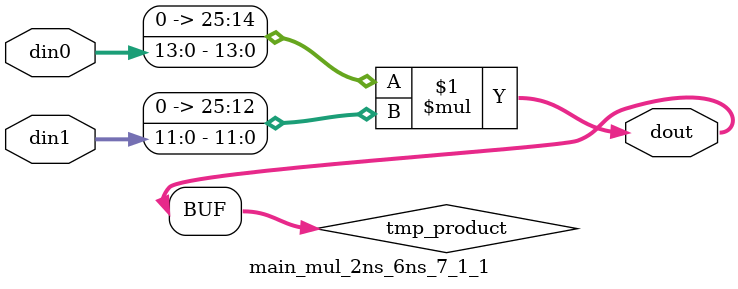
<source format=v>
/*
 * MIT License
 *
 * Copyright (c) 2023 Carnegie Mellon University
 *
 * This file is part of RoWild.
 *
 * Permission is hereby granted, free of charge, to any person obtaining a copy
 * of this software and associated documentation files (the "Software"), to deal
 * in the Software without restriction, including without limitation the rights
 * to use, copy, modify, merge, publish, distribute, sublicense, and/or sell
 * copies of the Software, and to permit persons to whom the Software is
 * furnished to do so, subject to the following conditions:
 *
 * The above copyright notice and this permission notice shall be included in
 * all copies or substantial portions of the Software.
 *
 * THE SOFTWARE IS PROVIDED "AS IS", WITHOUT WARRANTY OF ANY KIND, EXPRESS OR
 * IMPLIED, INCLUDING BUT NOT LIMITED TO THE WARRANTIES OF MERCHANTABILITY,
 * FITNESS FOR A PARTICULAR PURPOSE AND NONINFRINGEMENT. IN NO EVENT SHALL THE
 * AUTHORS OR COPYRIGHT HOLDERS BE LIABLE FOR ANY CLAIM, DAMAGES OR OTHER
 * LIABILITY, WHETHER IN AN ACTION OF CONTRACT, TORT OR OTHERWISE, ARISING FROM,
 * OUT OF OR IN CONNECTION WITH THE SOFTWARE OR THE USE OR OTHER DEALINGS IN THE
 * SOFTWARE.
*/

// 67d7842dbbe25473c3c32b93c0da8047785f30d78e8a024de1b57352245f9689

`timescale 1 ns / 1 ps

module main_mul_2ns_6ns_7_1_1 (
    din0,
    din1,
    dout
);
    parameter ID = 1;
    parameter NUM_STAGE = 0;
    parameter din0_WIDTH = 14;
    parameter din1_WIDTH = 12;
    parameter dout_WIDTH = 26;

    input [din0_WIDTH - 1 : 0] din0;
    input [din1_WIDTH - 1 : 0] din1;
    output [dout_WIDTH - 1 : 0] dout;

    wire signed [dout_WIDTH - 1 : 0] tmp_product;










    assign tmp_product = $signed({1'b0, din0}) * $signed({1'b0, din1});











    assign dout = tmp_product;







endmodule

</source>
